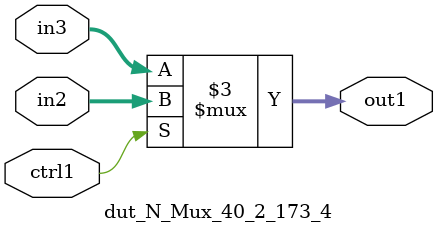
<source format=v>

`timescale 1ps / 1ps


module dut_N_Mux_40_2_173_4( in3, in2, ctrl1, out1 );

    input [39:0] in3;
    input [39:0] in2;
    input ctrl1;
    output [39:0] out1;
    reg [39:0] out1;

    
    // rtl_process:dut_N_Mux_40_2_173_4/dut_N_Mux_40_2_173_4_thread_1
    always @*
      begin : dut_N_Mux_40_2_173_4_thread_1
        case (ctrl1) 
          1'b1: 
            begin
              out1 = in2;
            end
          default: 
            begin
              out1 = in3;
            end
        endcase
      end

endmodule



</source>
